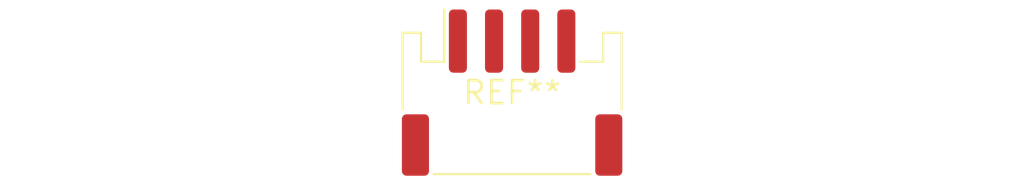
<source format=kicad_pcb>
(kicad_pcb (version 20240108) (generator pcbnew)
  (layers (0 "F.Cu" signal) (31 "B.Cu" signal) (34 "B.Paste" user) (35 "F.Paste" user) (36 "B.SilkS" user "B.Silkscreen") (37 "F.SilkS" user "F.Silkscreen") (38 "B.Mask" user) (39 "F.Mask" user) (44 "Edge.Cuts" user))
  (net 0 "")
  (footprint "JST_PH_S4B-PH-SM4-TB_1x04-1MP_P2.00mm_Horizontal" (layer "F.Cu") (at 0 0)
    (property "Reference" "REF**")
    (property "Value" "JST_PH_S4B-PH-SM4-TB_1x04-1MP_P2.00mm_Horizontal")
    (fp_line (start -6.06 -3.31) (end -5.04 -3.31) (layer "F.SilkS") (stroke (width 0.12)))
    (fp_line (start -6.06 0.94) (end -6.06 -3.31) (layer "F.SilkS") (stroke (width 0.12)))
    (fp_line (start -5.04 -3.31) (end -5.04 -1.71) (layer "F.SilkS") (stroke (width 0.12)))
    (fp_line (start -5.04 -1.71) (end -3.76 -1.71) (layer "F.SilkS") (stroke (width 0.12)))
    (fp_line (start -4.34 4.51) (end 4.34 4.51) (layer "F.SilkS") (stroke (width 0.12)))
    (fp_line (start -3.76 -1.71) (end -3.76 -4.6) (layer "F.SilkS") (stroke (width 0.12)))
    (fp_line (start 5.04 -3.31) (end 5.04 -1.71) (layer "F.SilkS") (stroke (width 0.12)))
    (fp_line (start 5.04 -1.71) (end 3.76 -1.71) (layer "F.SilkS") (stroke (width 0.12)))
    (fp_line (start 6.06 -3.31) (end 5.04 -3.31) (layer "F.SilkS") (stroke (width 0.12)))
    (fp_line (start 6.06 0.94) (end 6.06 -3.31) (layer "F.SilkS") (stroke (width 0.12)))
    (pad "1" smd roundrect (at -3 -2.85) (size 1 3.5) (layers "F.Cu" "F.Paste" "F.Mask"))
    (pad "2" smd roundrect (at -1 -2.85) (size 1 3.5) (layers "F.Cu" "F.Paste" "F.Mask"))
    (pad "3" smd roundrect (at 1 -2.85) (size 1 3.5) (layers "F.Cu" "F.Paste" "F.Mask"))
    (pad "4" smd roundrect (at 3 -2.85) (size 1 3.5) (layers "F.Cu" "F.Paste" "F.Mask"))
    (pad "MP" smd roundrect (at -5.35 2.9) (size 1.5 3.4) (layers "F.Cu" "F.Paste" "F.Mask") (roundrect_rratio 0.166667))
    (pad "MP" smd roundrect (at 5.35 2.9) (size 1.5 3.4) (layers "F.Cu" "F.Paste" "F.Mask") (roundrect_rratio 0.166667))
  )
)
</source>
